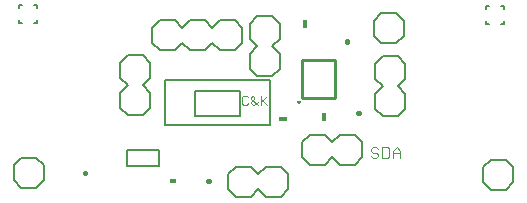
<source format=gto>
G75*
%MOIN*%
%OFA0B0*%
%FSLAX25Y25*%
%IPPOS*%
%LPD*%
%AMOC8*
5,1,8,0,0,1.08239X$1,22.5*
%
%ADD10C,0.00300*%
%ADD11C,0.01500*%
%ADD12R,0.02400X0.01500*%
%ADD13C,0.00500*%
%ADD14C,0.00800*%
%ADD15R,0.01500X0.03000*%
%ADD16C,0.00600*%
%ADD17C,0.00492*%
%ADD18C,0.00984*%
%ADD19R,0.03000X0.01500*%
D10*
X0091173Y0041354D02*
X0091690Y0040837D01*
X0092724Y0040837D01*
X0093241Y0041354D01*
X0094304Y0041354D02*
X0094304Y0041871D01*
X0095338Y0042906D01*
X0095338Y0043423D01*
X0094821Y0043940D01*
X0094304Y0043423D01*
X0094304Y0042906D01*
X0096372Y0040837D01*
X0095338Y0040837D02*
X0094821Y0040837D01*
X0094304Y0041354D01*
X0095338Y0040837D02*
X0096372Y0041871D01*
X0097434Y0041871D02*
X0099503Y0043940D01*
X0097434Y0043940D02*
X0097434Y0040837D01*
X0097951Y0042388D02*
X0099503Y0040837D01*
X0093241Y0043423D02*
X0092724Y0043940D01*
X0091690Y0043940D01*
X0091173Y0043423D01*
X0091173Y0041354D01*
X0134165Y0026223D02*
X0134165Y0025606D01*
X0134782Y0024989D01*
X0136017Y0024989D01*
X0136634Y0024372D01*
X0136634Y0023754D01*
X0136017Y0023137D01*
X0134782Y0023137D01*
X0134165Y0023754D01*
X0137848Y0023137D02*
X0139700Y0023137D01*
X0140317Y0023754D01*
X0140317Y0026223D01*
X0139700Y0026840D01*
X0137848Y0026840D01*
X0137848Y0023137D01*
X0141531Y0023137D02*
X0141531Y0025606D01*
X0142766Y0026840D01*
X0144000Y0025606D01*
X0144000Y0023137D01*
X0144000Y0024989D02*
X0141531Y0024989D01*
X0136634Y0026223D02*
X0136017Y0026840D01*
X0134782Y0026840D01*
X0134165Y0026223D01*
D11*
X0130125Y0038087D02*
X0129905Y0038087D01*
X0080235Y0015557D02*
X0080015Y0015557D01*
X0038798Y0018077D02*
X0038798Y0018297D01*
X0126115Y0061977D02*
X0126115Y0062197D01*
D12*
X0068282Y0015462D03*
D13*
X0063432Y0020416D02*
X0063432Y0025927D01*
X0052802Y0025927D01*
X0052802Y0020416D01*
X0063432Y0020416D01*
X0065415Y0034087D02*
X0065415Y0049087D01*
X0100415Y0049087D01*
X0100415Y0034087D01*
X0065415Y0034087D01*
X0075415Y0037087D02*
X0090415Y0037087D01*
X0090415Y0045587D01*
X0075415Y0045587D01*
X0075415Y0037087D01*
D14*
X0017609Y0013348D02*
X0015109Y0015848D01*
X0015109Y0020848D01*
X0017609Y0023348D01*
X0022609Y0023348D01*
X0025109Y0020848D01*
X0025109Y0015848D01*
X0022609Y0013348D01*
X0017609Y0013348D01*
X0050679Y0040002D02*
X0053179Y0037502D01*
X0058179Y0037502D01*
X0060679Y0040002D01*
X0060679Y0045002D01*
X0058179Y0047502D01*
X0060679Y0050002D01*
X0060679Y0055002D01*
X0058179Y0057502D01*
X0053179Y0057502D01*
X0050679Y0055002D01*
X0050679Y0050002D01*
X0053179Y0047502D01*
X0050679Y0045002D01*
X0050679Y0040002D01*
X0093759Y0052900D02*
X0093759Y0057900D01*
X0096259Y0060400D01*
X0093759Y0062900D01*
X0093759Y0067900D01*
X0096259Y0070400D01*
X0101259Y0070400D01*
X0103759Y0067900D01*
X0103759Y0062900D01*
X0101259Y0060400D01*
X0103759Y0057900D01*
X0103759Y0052900D01*
X0101259Y0050400D01*
X0096259Y0050400D01*
X0093759Y0052900D01*
X0088732Y0059100D02*
X0083732Y0059100D01*
X0081232Y0061600D01*
X0078732Y0059100D01*
X0073732Y0059100D01*
X0071232Y0061600D01*
X0068732Y0059100D01*
X0063732Y0059100D01*
X0061232Y0061600D01*
X0061232Y0066600D01*
X0063732Y0069100D01*
X0068732Y0069100D01*
X0071232Y0066600D01*
X0073732Y0069100D01*
X0078732Y0069100D01*
X0081232Y0066600D01*
X0083732Y0069100D01*
X0088732Y0069100D01*
X0091232Y0066600D01*
X0091232Y0061600D01*
X0088732Y0059100D01*
X0135098Y0064008D02*
X0137598Y0061508D01*
X0142598Y0061508D01*
X0145098Y0064008D01*
X0145098Y0069008D01*
X0142598Y0071508D01*
X0137598Y0071508D01*
X0135098Y0069008D01*
X0135098Y0064008D01*
X0138038Y0057180D02*
X0135538Y0054680D01*
X0135538Y0049680D01*
X0138038Y0047180D01*
X0135538Y0044680D01*
X0135538Y0039680D01*
X0138038Y0037180D01*
X0143038Y0037180D01*
X0145538Y0039680D01*
X0145538Y0044680D01*
X0143038Y0047180D01*
X0145538Y0049680D01*
X0145538Y0054680D01*
X0143038Y0057180D01*
X0138038Y0057180D01*
X0128815Y0030987D02*
X0123815Y0030987D01*
X0121315Y0028487D01*
X0118815Y0030987D01*
X0113815Y0030987D01*
X0111315Y0028487D01*
X0111315Y0023487D01*
X0113815Y0020987D01*
X0118815Y0020987D01*
X0121315Y0023487D01*
X0123815Y0020987D01*
X0128815Y0020987D01*
X0131315Y0023487D01*
X0131315Y0028487D01*
X0128815Y0030987D01*
X0106604Y0017700D02*
X0104104Y0020200D01*
X0099104Y0020200D01*
X0096604Y0017700D01*
X0094104Y0020200D01*
X0089104Y0020200D01*
X0086604Y0017700D01*
X0086604Y0012700D01*
X0089104Y0010200D01*
X0094104Y0010200D01*
X0096604Y0012700D01*
X0099104Y0010200D01*
X0104104Y0010200D01*
X0106604Y0012700D01*
X0106604Y0017700D01*
X0171606Y0020060D02*
X0171606Y0015060D01*
X0174106Y0012560D01*
X0179106Y0012560D01*
X0181606Y0015060D01*
X0181606Y0020060D01*
X0179106Y0022560D01*
X0174106Y0022560D01*
X0171606Y0020060D01*
D15*
X0118515Y0036887D03*
X0112048Y0067787D03*
D16*
X0172584Y0068007D02*
X0173584Y0068007D01*
X0172584Y0068007D02*
X0172584Y0069007D01*
X0177584Y0068007D02*
X0178584Y0068007D01*
X0178584Y0069007D01*
X0178584Y0073007D02*
X0178584Y0074007D01*
X0177584Y0074007D01*
X0173584Y0074007D02*
X0172584Y0074007D01*
X0172584Y0073007D01*
X0022959Y0073104D02*
X0022959Y0074104D01*
X0021959Y0074104D01*
X0017959Y0074104D02*
X0016959Y0074104D01*
X0016959Y0073104D01*
X0016959Y0069104D02*
X0016959Y0068104D01*
X0017959Y0068104D01*
X0021959Y0068104D02*
X0022959Y0068104D01*
X0022959Y0069104D01*
D17*
X0109628Y0041910D02*
X0109630Y0041949D01*
X0109636Y0041988D01*
X0109646Y0042026D01*
X0109659Y0042063D01*
X0109676Y0042098D01*
X0109696Y0042132D01*
X0109720Y0042163D01*
X0109747Y0042192D01*
X0109776Y0042218D01*
X0109808Y0042241D01*
X0109842Y0042261D01*
X0109878Y0042277D01*
X0109915Y0042289D01*
X0109954Y0042298D01*
X0109993Y0042303D01*
X0110032Y0042304D01*
X0110071Y0042301D01*
X0110110Y0042294D01*
X0110147Y0042283D01*
X0110184Y0042269D01*
X0110219Y0042251D01*
X0110252Y0042230D01*
X0110283Y0042205D01*
X0110311Y0042178D01*
X0110336Y0042148D01*
X0110358Y0042115D01*
X0110377Y0042081D01*
X0110392Y0042045D01*
X0110404Y0042007D01*
X0110412Y0041969D01*
X0110416Y0041930D01*
X0110416Y0041890D01*
X0110412Y0041851D01*
X0110404Y0041813D01*
X0110392Y0041775D01*
X0110377Y0041739D01*
X0110358Y0041705D01*
X0110336Y0041672D01*
X0110311Y0041642D01*
X0110283Y0041615D01*
X0110252Y0041590D01*
X0110219Y0041569D01*
X0110184Y0041551D01*
X0110147Y0041537D01*
X0110110Y0041526D01*
X0110071Y0041519D01*
X0110032Y0041516D01*
X0109993Y0041517D01*
X0109954Y0041522D01*
X0109915Y0041531D01*
X0109878Y0041543D01*
X0109842Y0041559D01*
X0109808Y0041579D01*
X0109776Y0041602D01*
X0109747Y0041628D01*
X0109720Y0041657D01*
X0109696Y0041688D01*
X0109676Y0041722D01*
X0109659Y0041757D01*
X0109646Y0041794D01*
X0109636Y0041832D01*
X0109630Y0041871D01*
X0109628Y0041910D01*
D18*
X0110022Y0042008D02*
X0110022Y0041812D01*
X0111302Y0043190D02*
X0122128Y0043190D01*
X0122128Y0055985D01*
X0111302Y0055985D01*
X0111302Y0043190D01*
D19*
X0104915Y0036187D03*
M02*

</source>
